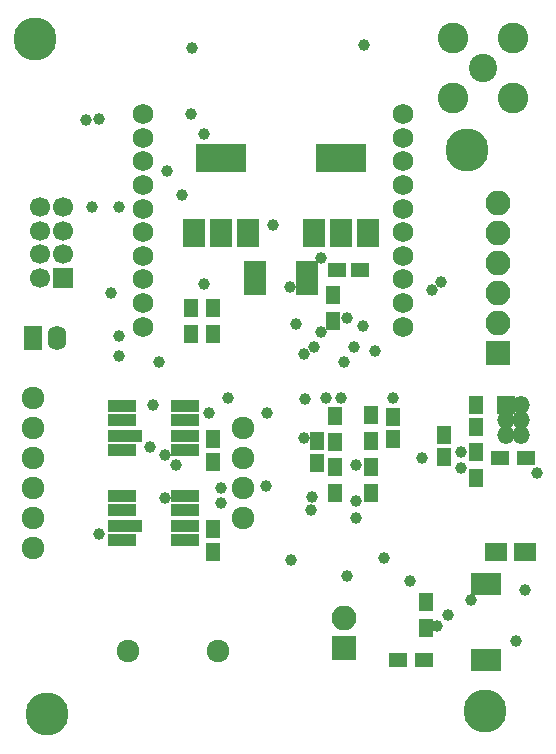
<source format=gbr>
G04 #@! TF.FileFunction,Soldermask,Top*
%FSLAX46Y46*%
G04 Gerber Fmt 4.6, Leading zero omitted, Abs format (unit mm)*
G04 Created by KiCad (PCBNEW 4.0.6) date Thu Dec 28 14:10:06 2017*
%MOMM*%
%LPD*%
G01*
G04 APERTURE LIST*
%ADD10C,0.128000*%
%ADD11C,1.924000*%
%ADD12R,1.300000X1.600000*%
%ADD13C,1.727200*%
%ADD14R,1.500000X1.500000*%
%ADD15O,1.500000X1.500000*%
%ADD16R,2.100000X2.100000*%
%ADD17O,2.100000X2.100000*%
%ADD18R,1.150000X1.600000*%
%ADD19R,1.600000X1.150000*%
%ADD20R,2.600000X1.900000*%
%ADD21R,4.200000X2.400000*%
%ADD22R,1.900000X2.400000*%
%ADD23R,1.600000X1.300000*%
%ADD24R,1.900000X1.010000*%
%ADD25R,2.451100X1.102360*%
%ADD26R,3.002280X1.102360*%
%ADD27R,1.700000X1.700000*%
%ADD28C,1.700000*%
%ADD29C,2.600000*%
%ADD30C,2.400000*%
%ADD31C,1.000000*%
%ADD32R,1.600000X2.100000*%
%ADD33O,1.600000X2.100000*%
%ADD34R,1.900000X1.650000*%
%ADD35C,3.650000*%
G04 APERTURE END LIST*
D10*
D11*
X145161000Y-110363000D03*
X152781000Y-110363000D03*
D12*
X152400000Y-81323000D03*
X152400000Y-83523000D03*
X150495000Y-83523000D03*
X150495000Y-81323000D03*
D13*
X168478200Y-82864960D03*
X168478200Y-80863440D03*
X168478200Y-78864460D03*
X168478200Y-76862940D03*
X168478200Y-74863960D03*
X168478200Y-72864980D03*
X168478200Y-70863460D03*
X168478200Y-68864480D03*
X168478200Y-66862960D03*
X168478200Y-64863980D03*
X146481800Y-64863980D03*
X146481800Y-66862960D03*
X146481800Y-68864480D03*
X146481800Y-70863460D03*
X146481800Y-72864980D03*
X146481800Y-74863960D03*
X146481800Y-76862940D03*
X146481800Y-78864460D03*
X146481800Y-80863440D03*
X146481800Y-82864960D03*
D14*
X177165000Y-89535000D03*
D15*
X178435000Y-89535000D03*
X177165000Y-90805000D03*
X178435000Y-90805000D03*
X177165000Y-92075000D03*
X178435000Y-92075000D03*
D16*
X176530000Y-85090000D03*
D17*
X176530000Y-82550000D03*
X176530000Y-80010000D03*
X176530000Y-77470000D03*
X176530000Y-74930000D03*
X176530000Y-72390000D03*
D18*
X167640000Y-92390000D03*
X167640000Y-90490000D03*
X161163000Y-92522000D03*
X161163000Y-94422000D03*
X174625000Y-89474000D03*
X174625000Y-91374000D03*
X171958000Y-92014000D03*
X171958000Y-93914000D03*
D19*
X162880000Y-78105000D03*
X164780000Y-78105000D03*
D12*
X162687000Y-92667000D03*
X162687000Y-90467000D03*
X165735000Y-92540000D03*
X165735000Y-90340000D03*
X174625000Y-95715000D03*
X174625000Y-93515000D03*
D20*
X175450500Y-104686500D03*
X175450500Y-111086500D03*
D21*
X153035000Y-68605000D03*
D22*
X153035000Y-74905000D03*
X155335000Y-74905000D03*
X150735000Y-74905000D03*
D21*
X163195000Y-68605000D03*
D22*
X163195000Y-74905000D03*
X165495000Y-74905000D03*
X160895000Y-74905000D03*
D23*
X178900000Y-93980000D03*
X176700000Y-93980000D03*
D12*
X162687000Y-96942000D03*
X162687000Y-94742000D03*
X165735000Y-96985000D03*
X165735000Y-94785000D03*
D23*
X168000500Y-111061500D03*
X170200500Y-111061500D03*
D12*
X170370500Y-106151500D03*
X170370500Y-108351500D03*
X162560000Y-80180000D03*
X162560000Y-82380000D03*
D11*
X137160000Y-101600000D03*
X137160000Y-99060000D03*
X137160000Y-96520000D03*
X137160000Y-93980000D03*
X137160000Y-91440000D03*
X137160000Y-88900000D03*
X154940000Y-91440000D03*
X154940000Y-93980000D03*
X154940000Y-96520000D03*
X154940000Y-99060000D03*
D24*
X160315000Y-77790000D03*
X155915000Y-77790000D03*
X160315000Y-78740000D03*
X155915000Y-78740000D03*
X160315000Y-79690000D03*
X155915000Y-79690000D03*
D18*
X152400000Y-100015000D03*
X152400000Y-101915000D03*
X152400000Y-92395000D03*
X152400000Y-94295000D03*
D25*
X144645380Y-97160080D03*
X144645380Y-98412300D03*
D26*
X144922240Y-99707700D03*
D25*
X144645380Y-100959920D03*
X149994620Y-100959920D03*
X149994620Y-99707700D03*
X149994620Y-98412300D03*
X149994620Y-97160080D03*
X144645380Y-89540080D03*
X144645380Y-90792300D03*
D26*
X144922240Y-92087700D03*
D25*
X144645380Y-93339920D03*
X149994620Y-93339920D03*
X149994620Y-92087700D03*
X149994620Y-90792300D03*
X149994620Y-89540080D03*
D27*
X139700000Y-78740000D03*
D28*
X139700000Y-76740000D03*
X139700000Y-74740000D03*
X139700000Y-72740000D03*
X137700000Y-78740000D03*
X137700000Y-76740000D03*
X137700000Y-74740000D03*
X137700000Y-72740000D03*
D29*
X172720000Y-63500000D03*
X172720000Y-58420000D03*
X177800000Y-58420000D03*
X177800000Y-63500000D03*
D30*
X175260000Y-60960000D03*
D31*
X152019000Y-90170000D03*
X165163500Y-58991500D03*
X150558500Y-59245500D03*
D16*
X163449000Y-110109000D03*
D17*
X163449000Y-107569000D03*
D32*
X137160000Y-83820000D03*
D33*
X139160000Y-83820000D03*
D34*
X176296000Y-101981000D03*
X178796000Y-101981000D03*
D31*
X166878000Y-102489000D03*
X151638000Y-66548000D03*
X160147000Y-89027000D03*
D35*
X138303000Y-115697000D03*
X173863000Y-67945000D03*
X137287000Y-58547000D03*
X175387000Y-115443000D03*
D31*
X151638000Y-79247998D03*
X173355000Y-94869000D03*
X179832000Y-95250000D03*
X160782000Y-97282000D03*
X160039021Y-92329000D03*
X159004000Y-102616000D03*
X167640000Y-88900000D03*
X174180500Y-105981500D03*
X149733000Y-71755000D03*
X148463000Y-69723000D03*
X150495000Y-64897000D03*
X153670000Y-88900000D03*
X165099998Y-82804000D03*
X161543998Y-83312000D03*
X166116000Y-84963000D03*
X163703000Y-82169000D03*
X173355000Y-93472000D03*
X159385000Y-82677000D03*
X169037000Y-104374979D03*
X157480000Y-74295000D03*
X161925000Y-88900000D03*
X163195000Y-88900000D03*
X160655000Y-98425000D03*
X170053000Y-93980000D03*
X178054000Y-109474000D03*
X158877000Y-79502000D03*
X161544000Y-77089000D03*
X172275500Y-107251500D03*
X171323000Y-108204000D03*
X170942000Y-79756000D03*
X142748000Y-65278000D03*
X171704004Y-79121000D03*
X141605000Y-65405000D03*
X156972000Y-90170000D03*
X142748000Y-100457000D03*
X149225000Y-94615000D03*
X147066000Y-93091000D03*
X156845000Y-96393002D03*
X148336001Y-97408999D03*
X148336000Y-93726000D03*
X153035000Y-97790000D03*
X153035000Y-96520000D03*
X147320000Y-89535000D03*
X144399000Y-85314010D03*
X142113000Y-72771000D03*
X143764000Y-80010000D03*
X160909000Y-84582000D03*
X164338000Y-84582000D03*
X144399000Y-72771000D03*
X147828000Y-85852000D03*
X163449000Y-85852000D03*
X160039021Y-85217000D03*
X144399002Y-83693000D03*
X163703000Y-103944968D03*
X164465000Y-97663000D03*
X164465000Y-99060000D03*
X164465000Y-94615000D03*
X178816000Y-105156000D03*
M02*

</source>
